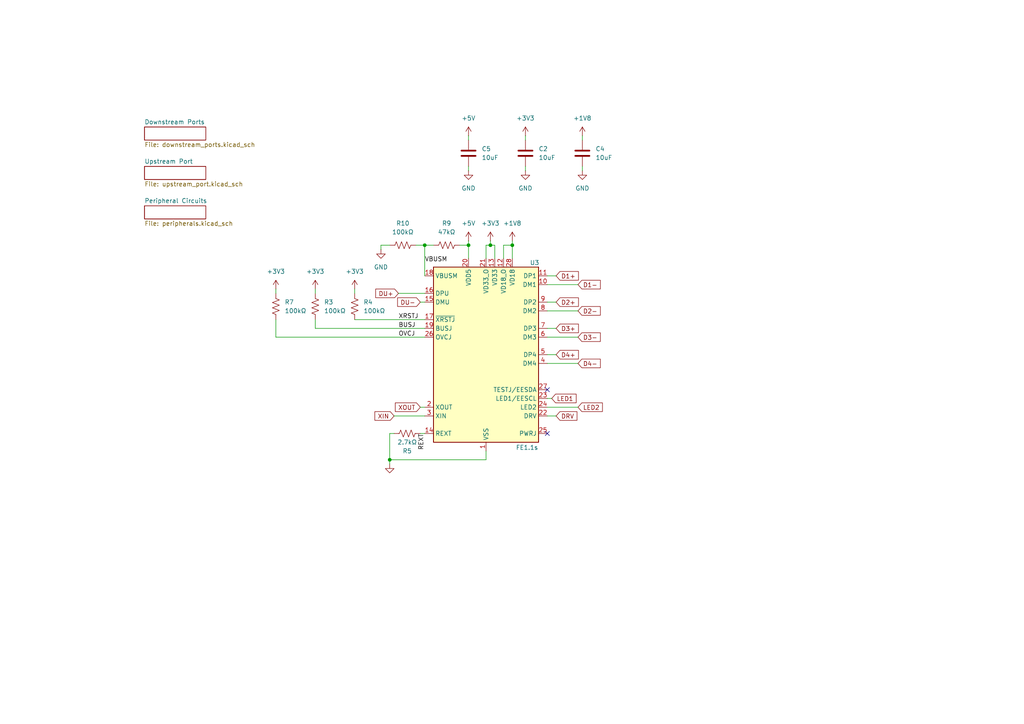
<source format=kicad_sch>
(kicad_sch (version 20231120) (generator "eeschema") (generator_version "8.0")
  (paper "A4")
  (lib_symbols
    (symbol "Device:C" (pin_numbers hide) (pin_names (offset 0.254))
      (property "Reference" "C" (at 0.635 2.54 0))
      (property "Value" "C" (at 0.635 -2.54 0))
      (symbol "C_0_1"
        (polyline (pts (xy -2.032 -0.762) (xy 2.032 -0.762)) (stroke (width 0.508)))
        (polyline (pts (xy -2.032 0.762) (xy 2.032 0.762)) (stroke (width 0.508)))
      )
      (symbol "C_1_1"
        (pin passive line (at 0 3.81 270) (length 2.794) (name "~") (number "1"))
        (pin passive line (at 0 -3.81 90) (length 2.794) (name "~") (number "2"))
      )
    )
    (symbol "Device:R_US" (pin_numbers hide) (pin_names (offset 0))
      (property "Reference" "R" (at 2.54 0 90))
      (property "Value" "R_US" (at -2.54 0 90))
      (symbol "R_US_0_1"
        (polyline (pts (xy 0 -2.286) (xy 0 -2.54)))
        (polyline (pts (xy 0 2.286) (xy 0 2.54)))
        (polyline (pts (xy 0 -0.762) (xy 1.016 -1.143) (xy 0 -1.524) (xy -1.016 -1.905) (xy 0 -2.286)))
        (polyline (pts (xy 0 0.762) (xy 1.016 0.381) (xy 0 0) (xy -1.016 -0.381) (xy 0 -0.762)))
        (polyline (pts (xy 0 2.286) (xy 1.016 1.905) (xy 0 1.524) (xy -1.016 1.143) (xy 0 0.762)))
      )
      (symbol "R_US_1_1"
        (pin passive line (at 0 3.81 270) (length 1.27) (name "~") (number "1"))
        (pin passive line (at 0 -3.81 90) (length 1.27) (name "~") (number "2"))
      )
    )
    (symbol "Interface_USB:FE1.1s"
      (property "Reference" "U" (at -11.43 26.67 0))
      (property "Value" "FE1.1s" (at 12.7 27.94 0))
      (symbol "FE1.1s_0_1"
        (rectangle (start -15.24 25.4) (end 15.24 -25.4) (stroke (width 0.254)) (fill (type background)))
      )
      (symbol "FE1.1s_1_1"
        (pin power_in line (at 0 -27.94 90) (length 2.54) (name "VSS") (number "1"))
        (pin bidirectional line (at 17.78 20.32 180) (length 2.54) (name "DM1") (number "10"))
        (pin bidirectional line (at 17.78 22.86 180) (length 2.54) (name "DP1") (number "11"))
        (pin power_out line (at 5.08 27.94 270) (length 2.54) (name "VD18_O") (number "12"))
        (pin power_in line (at 2.54 27.94 270) (length 2.54) (name "VD33") (number "13"))
        (pin passive line (at -17.78 -22.86 0) (length 2.54) (name "REXT") (number "14"))
        (pin bidirectional line (at -17.78 15.24 0) (length 2.54) (name "DMU") (number "15"))
        (pin bidirectional line (at -17.78 17.78 0) (length 2.54) (name "DPU") (number "16"))
        (pin input line (at -17.78 10.16 0) (length 2.54) (name "~{XRSTJ}") (number "17"))
        (pin input line (at -17.78 22.86 0) (length 2.54) (name "VBUSM") (number "18"))
        (pin input line (at -17.78 7.62 0) (length 2.54) (name "BUSJ") (number "19"))
        (pin output line (at -17.78 -15.24 0) (length 2.54) (name "XOUT") (number "2"))
        (pin power_in line (at -5.08 27.94 270) (length 2.54) (name "VDD5") (number "20"))
        (pin power_out line (at 0 27.94 270) (length 2.54) (name "VD33_O") (number "21"))
        (pin bidirectional line (at 17.78 -17.78 180) (length 2.54) (name "DRV") (number "22"))
        (pin bidirectional line (at 17.78 -12.7 180) (length 2.54) (name "LED1/EESCL") (number "23"))
        (pin bidirectional line (at 17.78 -15.24 180) (length 2.54) (name "LED2") (number "24"))
        (pin output line (at 17.78 -22.86 180) (length 2.54) (name "PWRJ") (number "25"))
        (pin input line (at -17.78 5.08 0) (length 2.54) (name "OVCJ") (number "26"))
        (pin bidirectional line (at 17.78 -10.16 180) (length 2.54) (name "TESTJ/EESDA") (number "27"))
        (pin power_in line (at 7.62 27.94 270) (length 2.54) (name "VD18") (number "28"))
        (pin input line (at -17.78 -17.78 0) (length 2.54) (name "XIN") (number "3"))
        (pin bidirectional line (at 17.78 -2.54 180) (length 2.54) (name "DM4") (number "4"))
        (pin bidirectional line (at 17.78 0 180) (length 2.54) (name "DP4") (number "5"))
        (pin bidirectional line (at 17.78 5.08 180) (length 2.54) (name "DM3") (number "6"))
        (pin bidirectional line (at 17.78 7.62 180) (length 2.54) (name "DP3") (number "7"))
        (pin bidirectional line (at 17.78 12.7 180) (length 2.54) (name "DM2") (number "8"))
        (pin bidirectional line (at 17.78 15.24 180) (length 2.54) (name "DP2") (number "9"))
      )
    )
    (symbol "power:+1V8" (power) (pin_numbers hide) (pin_names (offset 0) hide)
      (property "Value" "+1V8" (at 0 3.556 0))
      (symbol "+1V8_0_1"
        (polyline (pts (xy -0.762 1.27) (xy 0 2.54)))
        (polyline (pts (xy 0 0) (xy 0 2.54)))
        (polyline (pts (xy 0 2.54) (xy 0.762 1.27)))
      )
      (symbol "+1V8_1_1"
        (pin power_in line (at 0 0 90) (length 0) (name "~") (number "1"))
      )
    )
    (symbol "power:+3V3" (power) (pin_numbers hide) (pin_names (offset 0) hide)
      (property "Value" "+3V3" (at 0 3.556 0))
      (symbol "+3V3_0_1"
        (polyline (pts (xy -0.762 1.27) (xy 0 2.54)))
        (polyline (pts (xy 0 0) (xy 0 2.54)))
        (polyline (pts (xy 0 2.54) (xy 0.762 1.27)))
      )
      (symbol "+3V3_1_1"
        (pin power_in line (at 0 0 90) (length 0) (name "~") (number "1"))
      )
    )
    (symbol "power:+5V" (power) (pin_numbers hide) (pin_names (offset 0) hide)
      (property "Value" "+5V" (at 0 3.556 0))
      (symbol "+5V_0_1"
        (polyline (pts (xy -0.762 1.27) (xy 0 2.54)))
        (polyline (pts (xy 0 0) (xy 0 2.54)))
        (polyline (pts (xy 0 2.54) (xy 0.762 1.27)))
      )
      (symbol "+5V_1_1"
        (pin power_in line (at 0 0 90) (length 0) (name "~") (number "1"))
      )
    )
    (symbol "power:GND" (power) (pin_numbers hide) (pin_names (offset 0) hide)
      (property "Value" "GND" (at 0 -3.81 0))
      (symbol "GND_0_1"
        (polyline (pts (xy 0 0) (xy 0 -1.27) (xy 1.27 -1.27) (xy 0 -2.54) (xy -1.27 -1.27) (xy 0 -1.27)))
      )
      (symbol "GND_1_1"
        (pin power_in line (at 0 0 270) (length 0) (name "~") (number "1"))
      )
    )
  )
  (junction (at 113.03 133.35))
  (junction (at 148.59 71.12))
  (junction (at 142.24 71.12))
  (junction (at 123.19 71.12))
  (junction (at 135.89 71.12))
  (no_connect (at 158.75 113.03))
  (no_connect (at 158.75 125.73))
  (wire (pts (xy 110.49 71.12) (xy 110.49 72.39)))
  (wire (pts (xy 80.01 97.79) (xy 123.19 97.79)))
  (wire (pts (xy 114.3 120.65) (xy 123.19 120.65)))
  (wire (pts (xy 113.03 133.35) (xy 140.97 133.35)))
  (wire (pts (xy 113.03 125.73) (xy 113.03 133.35)))
  (wire (pts (xy 158.75 90.17) (xy 167.64 90.17)))
  (wire (pts (xy 158.75 87.63) (xy 161.29 87.63)))
  (wire (pts (xy 91.44 95.25) (xy 123.19 95.25)))
  (wire (pts (xy 158.75 118.11) (xy 167.64 118.11)))
  (wire (pts (xy 152.4 48.26) (xy 152.4 49.53)))
  (wire (pts (xy 80.01 92.71) (xy 80.01 97.79)))
  (wire (pts (xy 115.57 85.09) (xy 123.19 85.09)))
  (wire (pts (xy 113.03 125.73) (xy 114.3 125.73)))
  (wire (pts (xy 80.01 83.82) (xy 80.01 85.09)))
  (wire (pts (xy 123.19 71.12) (xy 125.73 71.12)))
  (wire (pts (xy 140.97 133.35) (xy 140.97 130.81)))
  (wire (pts (xy 158.75 105.41) (xy 167.64 105.41)))
  (wire (pts (xy 113.03 71.12) (xy 110.49 71.12)))
  (wire (pts (xy 158.75 102.87) (xy 161.29 102.87)))
  (wire (pts (xy 143.51 71.12) (xy 143.51 74.93)))
  (wire (pts (xy 158.75 95.25) (xy 161.29 95.25)))
  (wire (pts (xy 142.24 71.12) (xy 143.51 71.12)))
  (wire (pts (xy 135.89 69.85) (xy 135.89 71.12)))
  (wire (pts (xy 135.89 71.12) (xy 135.89 74.93)))
  (wire (pts (xy 135.89 48.26) (xy 135.89 49.53)))
  (wire (pts (xy 168.91 39.37) (xy 168.91 40.64)))
  (wire (pts (xy 91.44 85.09) (xy 91.44 83.82)))
  (wire (pts (xy 146.05 74.93) (xy 146.05 71.12)))
  (wire (pts (xy 102.87 92.71) (xy 123.19 92.71)))
  (wire (pts (xy 158.75 82.55) (xy 167.64 82.55)))
  (wire (pts (xy 148.59 71.12) (xy 148.59 74.93)))
  (wire (pts (xy 148.59 69.85) (xy 148.59 71.12)))
  (wire (pts (xy 161.29 120.65) (xy 158.75 120.65)))
  (wire (pts (xy 146.05 71.12) (xy 148.59 71.12)))
  (wire (pts (xy 135.89 39.37) (xy 135.89 40.64)))
  (wire (pts (xy 113.03 133.35) (xy 113.03 134.62)))
  (wire (pts (xy 120.65 71.12) (xy 123.19 71.12)))
  (wire (pts (xy 102.87 83.82) (xy 102.87 85.09)))
  (wire (pts (xy 168.91 48.26) (xy 168.91 49.53)))
  (wire (pts (xy 158.75 97.79) (xy 167.64 97.79)))
  (wire (pts (xy 123.19 125.73) (xy 121.92 125.73)))
  (wire (pts (xy 123.19 71.12) (xy 123.19 80.01)))
  (wire (pts (xy 140.97 74.93) (xy 140.97 71.12)))
  (wire (pts (xy 91.44 95.25) (xy 91.44 92.71)))
  (wire (pts (xy 121.92 87.63) (xy 123.19 87.63)))
  (wire (pts (xy 158.75 80.01) (xy 161.29 80.01)))
  (wire (pts (xy 121.92 118.11) (xy 123.19 118.11)))
  (wire (pts (xy 152.4 39.37) (xy 152.4 40.64)))
  (wire (pts (xy 133.35 71.12) (xy 135.89 71.12)))
  (wire (pts (xy 142.24 69.85) (xy 142.24 71.12)))
  (wire (pts (xy 140.97 71.12) (xy 142.24 71.12)))
  (wire (pts (xy 160.02 115.57) (xy 158.75 115.57)))
  (label "VBUSM" (at 123.19 76.2 0))
  (label "XRSTJ" (at 115.57 92.71 0))
  (label "OVCJ" (at 115.57 97.79 0))
  (label "REXT" (at 123.19 125.73 270))
  (label "BUSJ" (at 115.57 95.25 0))
  (global_label "D4+" (shape input) (at 161.29 102.87 0) (property "Intersheetrefs" "${INTERSHEET_REFS}" (effects (hide yes))))
  (global_label "DU-" (shape input) (at 121.92 87.63 180) (property "Intersheetrefs" "${INTERSHEET_REFS}" (effects (hide yes))))
  (global_label "LED2" (shape input) (at 167.64 118.11 0) (property "Intersheetrefs" "${INTERSHEET_REFS}" (effects (hide yes))))
  (global_label "D1-" (shape input) (at 167.64 82.55 0) (property "Intersheetrefs" "${INTERSHEET_REFS}" (effects (hide yes))))
  (global_label "XOUT" (shape input) (at 121.92 118.11 180) (property "Intersheetrefs" "${INTERSHEET_REFS}" (effects (hide yes))))
  (global_label "D3+" (shape input) (at 161.29 95.25 0) (property "Intersheetrefs" "${INTERSHEET_REFS}" (effects (hide yes))))
  (global_label "D1+" (shape input) (at 161.29 80.01 0) (property "Intersheetrefs" "${INTERSHEET_REFS}" (effects (hide yes))))
  (global_label "DU+" (shape input) (at 115.57 85.09 180) (property "Intersheetrefs" "${INTERSHEET_REFS}" (effects (hide yes))))
  (global_label "D2-" (shape input) (at 167.64 90.17 0) (property "Intersheetrefs" "${INTERSHEET_REFS}" (effects (hide yes))))
  (global_label "D3-" (shape input) (at 167.64 97.79 0) (property "Intersheetrefs" "${INTERSHEET_REFS}" (effects (hide yes))))
  (global_label "D4-" (shape input) (at 167.64 105.41 0) (property "Intersheetrefs" "${INTERSHEET_REFS}" (effects (hide yes))))
  (global_label "XIN" (shape input) (at 114.3 120.65 180) (property "Intersheetrefs" "${INTERSHEET_REFS}" (effects (hide yes))))
  (global_label "LED1" (shape input) (at 160.02 115.57 0) (property "Intersheetrefs" "${INTERSHEET_REFS}" (effects (hide yes))))
  (global_label "DRV" (shape input) (at 161.29 120.65 0) (property "Intersheetrefs" "${INTERSHEET_REFS}" (effects (hide yes))))
  (global_label "D2+" (shape input) (at 161.29 87.63 0) (property "Intersheetrefs" "${INTERSHEET_REFS}" (effects (hide yes))))
  (symbol (lib_id "Device:R_US") (at 91.44 88.9 0) (unit 1)
    (property "Reference" "R3" (at 93.98 87.6299 0) (effects (justify left)))
    (property "Value" "100kΩ" (at 93.98 90.1699 0) (effects (justify left)))
    (property "Footprint" "Resistor_SMD:R_0805_2012Metric_Pad1.20x1.40mm_HandSolder" (effects (hide yes)))
    (property "Description" "Resistor, US symbol" (effects (hide yes)))
  )
  (symbol (lib_id "Device:C") (at 168.91 44.45 0) (unit 1)
    (property "Reference" "C4" (at 172.72 43.1799 0) (effects (justify left)))
    (property "Value" "10uF" (at 172.72 45.7199 0) (effects (justify left)))
    (property "Footprint" "Capacitor_SMD:C_0805_2012Metric_Pad1.18x1.45mm_HandSolder" (effects (hide yes)))
    (property "Description" "Unpolarized capacitor" (effects (hide yes)))
  )
  (symbol (lib_id "Device:R_US") (at 102.87 88.9 0) (unit 1)
    (property "Reference" "R4" (at 105.41 87.6299 0) (effects (justify left)))
    (property "Value" "100kΩ" (at 105.41 90.1699 0) (effects (justify left)))
    (property "Footprint" "Resistor_SMD:R_0805_2012Metric_Pad1.20x1.40mm_HandSolder" (effects (hide yes)))
    (property "Description" "Resistor, US symbol" (effects (hide yes)))
  )
  (symbol (lib_id "power:+3V3") (at 80.01 83.82 0) (unit 1)
    (property "Reference" "#PWR011" (effects (hide yes)))
    (property "Value" "+3V3" (at 80.01 78.74 0))
    (property "Description" "Power symbol creates a global label with name \"+3V3\"" (effects (hide yes)))
  )
  (symbol (lib_id "Interface_USB:FE1.1s") (at 140.97 102.87 0) (unit 1)
    (property "Reference" "U3" (at 153.67 76.2 0) (effects (justify left)))
    (property "Value" "FE1.1s" (at 149.606 129.794 0) (effects (justify left)))
    (property "Footprint" "Package_SO:SSOP-28_3.9x9.9mm_P0.635mm" (effects (hide yes)))
    (property "Datasheet" "https://cdn-shop.adafruit.com/product-files/2991/FE1.1s+Data+Sheet+(Rev.+1.0).pdf" (effects (hide yes)))
    (property "Description" "USB 2.0 High Speed 4-Port Hub Controller, SSOP-28" (effects (hide yes)))
  )
  (symbol (lib_id "power:+3V3") (at 152.4 39.37 0) (unit 1)
    (property "Reference" "#PWR025" (effects (hide yes)))
    (property "Value" "+3V3" (at 152.4 34.29 0))
    (property "Description" "Power symbol creates a global label with name \"+3V3\"" (effects (hide yes)))
  )
  (symbol (lib_id "power:GND") (at 152.4 49.53 0) (unit 1)
    (property "Reference" "#PWR022" (effects (hide yes)))
    (property "Value" "GND" (at 152.4 54.61 0))
    (property "Description" "Power symbol creates a global label with name \"GND\" , ground" (effects (hide yes)))
  )
  (symbol (lib_id "Device:C") (at 152.4 44.45 0) (unit 1)
    (property "Reference" "C2" (at 156.21 43.1799 0) (effects (justify left)))
    (property "Value" "10uF" (at 156.21 45.7199 0) (effects (justify left)))
    (property "Footprint" "Capacitor_SMD:C_0805_2012Metric_Pad1.18x1.45mm_HandSolder" (effects (hide yes)))
    (property "Description" "Unpolarized capacitor" (effects (hide yes)))
  )
  (symbol (lib_id "power:+1V8") (at 148.59 69.85 0) (unit 1)
    (property "Reference" "#PWR014" (effects (hide yes)))
    (property "Value" "+1V8" (at 148.59 64.77 0))
    (property "Description" "Power symbol creates a global label with name \"+1V8\"" (effects (hide yes)))
  )
  (symbol (lib_id "Device:R_US") (at 129.54 71.12 90) (unit 1)
    (property "Reference" "R9" (at 129.54 64.77 90))
    (property "Value" "47kΩ" (at 129.54 67.31 90))
    (property "Footprint" "Resistor_SMD:R_0805_2012Metric_Pad1.20x1.40mm_HandSolder" (effects (hide yes)))
    (property "Description" "Resistor, US symbol" (effects (hide yes)))
  )
  (symbol (lib_id "power:+1V8") (at 168.91 39.37 0) (unit 1)
    (property "Reference" "#PWR026" (effects (hide yes)))
    (property "Value" "+1V8" (at 168.91 34.29 0))
    (property "Description" "Power symbol creates a global label with name \"+1V8\"" (effects (hide yes)))
  )
  (symbol (lib_id "power:GND") (at 110.49 72.39 0) (unit 1)
    (property "Reference" "#PWR016" (effects (hide yes)))
    (property "Value" "GND" (at 110.49 77.47 0))
    (property "Description" "Power symbol creates a global label with name \"GND\" , ground" (effects (hide yes)))
  )
  (symbol (lib_id "power:+5V") (at 135.89 69.85 0) (unit 1)
    (property "Reference" "#PWR01" (effects (hide yes)))
    (property "Value" "+5V" (at 135.89 64.77 0))
    (property "Description" "Power symbol creates a global label with name \"+5V\"" (effects (hide yes)))
  )
  (symbol (lib_id "Device:R_US") (at 116.84 71.12 90) (unit 1)
    (property "Reference" "R10" (at 116.84 64.77 90))
    (property "Value" "100kΩ" (at 116.84 67.31 90))
    (property "Footprint" "Resistor_SMD:R_0805_2012Metric_Pad1.20x1.40mm_HandSolder" (effects (hide yes)))
    (property "Description" "Resistor, US symbol" (effects (hide yes)))
  )
  (symbol (lib_id "power:+3V3") (at 91.44 83.82 0) (unit 1)
    (property "Reference" "#PWR02" (effects (hide yes)))
    (property "Value" "+3V3" (at 91.44 78.74 0))
    (property "Description" "Power symbol creates a global label with name \"+3V3\"" (effects (hide yes)))
  )
  (symbol (lib_id "Device:R_US") (at 80.01 88.9 0) (unit 1)
    (property "Reference" "R7" (at 82.55 87.6299 0) (effects (justify left)))
    (property "Value" "100kΩ" (at 82.55 90.1699 0) (effects (justify left)))
    (property "Footprint" "Resistor_SMD:R_0805_2012Metric_Pad1.20x1.40mm_HandSolder" (effects (hide yes)))
    (property "Description" "Resistor, US symbol" (effects (hide yes)))
  )
  (symbol (lib_id "power:GND") (at 168.91 49.53 0) (unit 1)
    (property "Reference" "#PWR023" (effects (hide yes)))
    (property "Value" "GND" (at 168.91 54.61 0))
    (property "Description" "Power symbol creates a global label with name \"GND\" , ground" (effects (hide yes)))
  )
  (symbol (lib_id "power:GND") (at 135.89 49.53 0) (unit 1)
    (property "Reference" "#PWR017" (effects (hide yes)))
    (property "Value" "GND" (at 135.89 54.61 0))
    (property "Description" "Power symbol creates a global label with name \"GND\" , ground" (effects (hide yes)))
  )
  (symbol (lib_id "Device:R_US") (at 118.11 125.73 90) (unit 1)
    (property "Reference" "R5" (at 118.11 130.81 90))
    (property "Value" "2.7kΩ" (at 118.11 128.27 90))
    (property "Footprint" "Resistor_SMD:R_0805_2012Metric_Pad1.20x1.40mm_HandSolder" (effects (hide yes)))
    (property "Description" "Resistor, US symbol" (effects (hide yes)))
  )
  (symbol (lib_id "power:+3V3") (at 102.87 83.82 0) (unit 1)
    (property "Reference" "#PWR010" (effects (hide yes)))
    (property "Value" "+3V3" (at 102.87 78.74 0))
    (property "Description" "Power symbol creates a global label with name \"+3V3\"" (effects (hide yes)))
  )
  (symbol (lib_id "Device:C") (at 135.89 44.45 0) (unit 1)
    (property "Reference" "C5" (at 139.7 43.1799 0) (effects (justify left)))
    (property "Value" "10uF" (at 139.7 45.7199 0) (effects (justify left)))
    (property "Footprint" "Capacitor_SMD:C_0805_2012Metric_Pad1.18x1.45mm_HandSolder" (effects (hide yes)))
    (property "Description" "Unpolarized capacitor" (effects (hide yes)))
  )
  (symbol (lib_id "power:+5V") (at 135.89 39.37 0) (unit 1)
    (property "Reference" "#PWR024" (effects (hide yes)))
    (property "Value" "+5V" (at 135.89 34.29 0))
    (property "Description" "Power symbol creates a global label with name \"+5V\"" (effects (hide yes)))
  )
  (symbol (lib_id "power:+3V3") (at 142.24 69.85 0) (unit 1)
    (property "Reference" "#PWR020" (effects (hide yes)))
    (property "Value" "+3V3" (at 142.24 64.77 0))
    (property "Description" "Power symbol creates a global label with name \"+3V3\"" (effects (hide yes)))
  )
  (symbol (lib_id "power:GND") (at 113.03 134.62 0) (unit 1)
    (property "Reference" "#PWR09" (effects (hide yes)))
    (property "Value" "GND" (effects (hide yes)))
    (property "Description" "Power symbol creates a global label with name \"GND\" , ground" (effects (hide yes)))
  )
  (sheet (at 41.91 48.26) (size 17.78 3.81) (stroke (width 0.1524))
    (property "Sheetname" "Upstream Port" (at 41.91 47.5484 0) (effects (justify left bottom)))
    (property "Sheetfile" "upstream_port.kicad_sch" (at 41.91 52.6546 0) (effects (justify left top)))
  )
  (sheet (at 41.91 59.69) (size 17.78 3.81) (stroke (width 0.1524))
    (property "Sheetname" "Peripheral Circuits" (at 41.91 58.9784 0) (effects (justify left bottom)))
    (property "Sheetfile" "peripherals.kicad_sch" (at 41.91 64.0846 0) (effects (justify left top)))
  )
  (sheet (at 41.91 36.83) (size 17.78 3.81) (stroke (width 0.1524))
    (property "Sheetname" "Downstream Ports" (at 41.91 36.1184 0) (effects (justify left bottom)))
    (property "Sheetfile" "downstream_ports.kicad_sch" (at 41.91 41.2246 0) (effects (justify left top)))
  )
)
</source>
